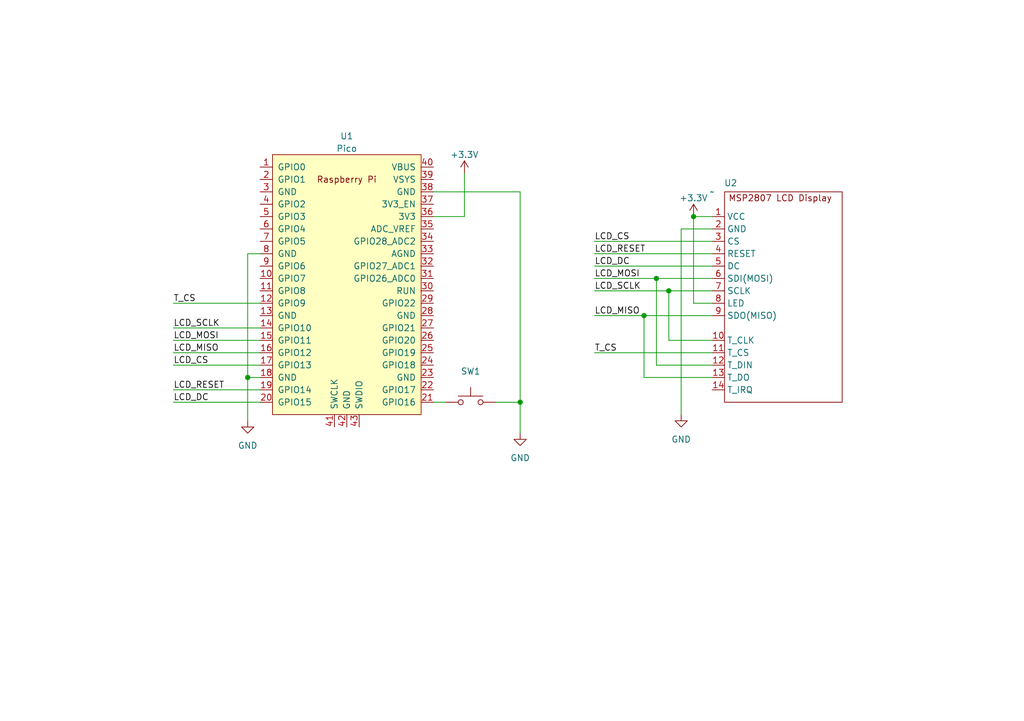
<source format=kicad_sch>
(kicad_sch (version 20230121) (generator eeschema)
  (paper "A5")
  (title_block (title "Wiring for pi pico demo1") (date "2023-02-23"))
  (lib_symbols
    (symbol "Local:MSP2807"
      (property "Reference" "U" (at 3.81 2.54 0))
      (symbol "MSP2807_0_1"
        (rectangle (start 2.54 0) (end 26.67 -43.18))
        (text "MSP2807 LCD Display" (at 13.97 -1.27 0) (effects (font (size 1.27 1.27))))
      )
      (symbol "MSP2807_1_1"
        (pin power_in line (at 0 -5.08 0) (length 2.54) (name "VCC") (number "1"))
        (pin input line (at 0 -30.48 0) (length 2.54) (name "T_CLK") (number "10"))
        (pin input line (at 0 -33.02 0) (length 2.54) (name "T_CS") (number "11"))
        (pin input line (at 0 -35.56 0) (length 2.54) (name "T_DIN") (number "12"))
        (pin output line (at 0 -38.1 0) (length 2.54) (name "T_DO") (number "13"))
        (pin output line (at 0 -40.64 0) (length 2.54) (name "T_IRQ") (number "14"))
        (pin power_in line (at 0 -7.62 0) (length 2.54) (name "GND") (number "2"))
        (pin input line (at 0 -10.16 0) (length 2.54) (name "CS") (number "3"))
        (pin input line (at 0 -12.7 0) (length 2.54) (name "RESET") (number "4"))
        (pin input line (at 0 -15.24 0) (length 2.54) (name "DC") (number "5"))
        (pin input line (at 0 -17.78 0) (length 2.54) (name "SDI(MOSI)") (number "6"))
        (pin input line (at 0 -20.32 0) (length 2.54) (name "SCLK") (number "7"))
        (pin input line (at 0 -22.86 0) (length 2.54) (name "LED") (number "8"))
        (pin output line (at 0 -25.4 0) (length 2.54) (name "SDO(MISO)") (number "9"))
      )
    )
    (symbol "RPi_Pico:Pico" (pin_names (offset 1.016))
      (property "Reference" "U" (at -13.97 27.94 0))
      (property "Value" "Pico" (at 0 19.05 0))
      (symbol "Pico_0_0"
        (text "Raspberry Pi" (at 0 21.59 0) (effects (font (size 1.27 1.27))))
      )
      (symbol "Pico_0_1"
        (rectangle (start -15.24 26.67) (end 15.24 -26.67) (fill (type background)))
      )
      (symbol "Pico_1_1"
        (pin bidirectional line (at -17.78 24.13 0) (length 2.54) (name "GPIO0") (number "1"))
        (pin bidirectional line (at -17.78 1.27 0) (length 2.54) (name "GPIO7") (number "10"))
        (pin bidirectional line (at -17.78 -1.27 0) (length 2.54) (name "GPIO8") (number "11"))
        (pin bidirectional line (at -17.78 -3.81 0) (length 2.54) (name "GPIO9") (number "12"))
        (pin power_in line (at -17.78 -6.35 0) (length 2.54) (name "GND") (number "13"))
        (pin bidirectional line (at -17.78 -8.89 0) (length 2.54) (name "GPIO10") (number "14"))
        (pin bidirectional line (at -17.78 -11.43 0) (length 2.54) (name "GPIO11") (number "15"))
        (pin bidirectional line (at -17.78 -13.97 0) (length 2.54) (name "GPIO12") (number "16"))
        (pin bidirectional line (at -17.78 -16.51 0) (length 2.54) (name "GPIO13") (number "17"))
        (pin power_in line (at -17.78 -19.05 0) (length 2.54) (name "GND") (number "18"))
        (pin bidirectional line (at -17.78 -21.59 0) (length 2.54) (name "GPIO14") (number "19"))
        (pin bidirectional line (at -17.78 21.59 0) (length 2.54) (name "GPIO1") (number "2"))
        (pin bidirectional line (at -17.78 -24.13 0) (length 2.54) (name "GPIO15") (number "20"))
        (pin bidirectional line (at 17.78 -24.13 180) (length 2.54) (name "GPIO16") (number "21"))
        (pin bidirectional line (at 17.78 -21.59 180) (length 2.54) (name "GPIO17") (number "22"))
        (pin power_in line (at 17.78 -19.05 180) (length 2.54) (name "GND") (number "23"))
        (pin bidirectional line (at 17.78 -16.51 180) (length 2.54) (name "GPIO18") (number "24"))
        (pin bidirectional line (at 17.78 -13.97 180) (length 2.54) (name "GPIO19") (number "25"))
        (pin bidirectional line (at 17.78 -11.43 180) (length 2.54) (name "GPIO20") (number "26"))
        (pin bidirectional line (at 17.78 -8.89 180) (length 2.54) (name "GPIO21") (number "27"))
        (pin power_in line (at 17.78 -6.35 180) (length 2.54) (name "GND") (number "28"))
        (pin bidirectional line (at 17.78 -3.81 180) (length 2.54) (name "GPIO22") (number "29"))
        (pin power_in line (at -17.78 19.05 0) (length 2.54) (name "GND") (number "3"))
        (pin input line (at 17.78 -1.27 180) (length 2.54) (name "RUN") (number "30"))
        (pin bidirectional line (at 17.78 1.27 180) (length 2.54) (name "GPIO26_ADC0") (number "31"))
        (pin bidirectional line (at 17.78 3.81 180) (length 2.54) (name "GPIO27_ADC1") (number "32"))
        (pin power_in line (at 17.78 6.35 180) (length 2.54) (name "AGND") (number "33"))
        (pin bidirectional line (at 17.78 8.89 180) (length 2.54) (name "GPIO28_ADC2") (number "34"))
        (pin unspecified line (at 17.78 11.43 180) (length 2.54) (name "ADC_VREF") (number "35"))
        (pin unspecified line (at 17.78 13.97 180) (length 2.54) (name "3V3") (number "36"))
        (pin input line (at 17.78 16.51 180) (length 2.54) (name "3V3_EN") (number "37"))
        (pin bidirectional line (at 17.78 19.05 180) (length 2.54) (name "GND") (number "38"))
        (pin unspecified line (at 17.78 21.59 180) (length 2.54) (name "VSYS") (number "39"))
        (pin bidirectional line (at -17.78 16.51 0) (length 2.54) (name "GPIO2") (number "4"))
        (pin unspecified line (at 17.78 24.13 180) (length 2.54) (name "VBUS") (number "40"))
        (pin input line (at -2.54 -29.21 90) (length 2.54) (name "SWCLK") (number "41"))
        (pin power_in line (at 0 -29.21 90) (length 2.54) (name "GND") (number "42"))
        (pin bidirectional line (at 2.54 -29.21 90) (length 2.54) (name "SWDIO") (number "43"))
        (pin bidirectional line (at -17.78 13.97 0) (length 2.54) (name "GPIO3") (number "5"))
        (pin bidirectional line (at -17.78 11.43 0) (length 2.54) (name "GPIO4") (number "6"))
        (pin bidirectional line (at -17.78 8.89 0) (length 2.54) (name "GPIO5") (number "7"))
        (pin power_in line (at -17.78 6.35 0) (length 2.54) (name "GND") (number "8"))
        (pin bidirectional line (at -17.78 3.81 0) (length 2.54) (name "GPIO6") (number "9"))
      )
    )
    (symbol "Switch:SW_Push" (pin_numbers hide) (pin_names (offset 1.016) hide)
      (property "Reference" "SW" (at 1.27 2.54 0))
      (property "Value" "SW_Push" (at 0 -1.524 0))
      (symbol "SW_Push_0_1"
        (circle (center -2.032 0) (radius 0.508))
        (polyline (pts (xy 0 1.27) (xy 0 3.048)))
        (polyline (pts (xy 2.54 1.27) (xy -2.54 1.27)))
        (circle (center 2.032 0) (radius 0.508))
        (pin passive line (at -5.08 0 0) (length 2.54) (name "1") (number "1"))
        (pin passive line (at 5.08 0 180) (length 2.54) (name "2") (number "2"))
      )
    )
    (symbol "power:+3.3V" (power) (pin_names (offset 0))
      (property "Value" "+3.3V" (at 0 3.556 0))
      (symbol "+3.3V_0_1"
        (polyline (pts (xy -0.762 1.27) (xy 0 2.54)))
        (polyline (pts (xy 0 0) (xy 0 2.54)))
        (polyline (pts (xy 0 2.54) (xy 0.762 1.27)))
      )
      (symbol "+3.3V_1_1"
        (pin power_in line (at 0 0 90) (length 0) hide (name "+3.3V") (number "1"))
      )
    )
    (symbol "power:GND" (power) (pin_names (offset 0))
      (property "Value" "GND" (at 0 -3.81 0))
      (symbol "GND_0_1"
        (polyline (pts (xy 0 0) (xy 0 -1.27) (xy 1.27 -1.27) (xy 0 -2.54) (xy -1.27 -1.27) (xy 0 -1.27)))
      )
      (symbol "GND_1_1"
        (pin power_in line (at 0 0 270) (length 0) hide (name "GND") (number "1"))
      )
    )
  )
  (junction (at 134.62 57.15))
  (junction (at 142.24 44.45))
  (junction (at 106.68 82.55))
  (junction (at 50.8 77.47))
  (junction (at 132.08 64.77))
  (junction (at 137.16 59.69))
  (wire (pts (xy 35.56 80.01) (xy 53.34 80.01)))
  (wire (pts (xy 101.6 82.55) (xy 106.68 82.55)))
  (wire (pts (xy 106.68 39.37) (xy 106.68 82.55)))
  (wire (pts (xy 146.05 62.23) (xy 142.24 62.23)))
  (wire (pts (xy 121.92 52.07) (xy 146.05 52.07)))
  (wire (pts (xy 142.24 44.45) (xy 146.05 44.45)))
  (wire (pts (xy 95.25 44.45) (xy 88.9 44.45)))
  (wire (pts (xy 88.9 39.37) (xy 106.68 39.37)))
  (wire (pts (xy 35.56 74.93) (xy 53.34 74.93)))
  (wire (pts (xy 121.92 57.15) (xy 134.62 57.15)))
  (wire (pts (xy 35.56 72.39) (xy 53.34 72.39)))
  (wire (pts (xy 121.92 64.77) (xy 132.08 64.77)))
  (wire (pts (xy 50.8 77.47) (xy 50.8 52.07)))
  (wire (pts (xy 95.25 35.56) (xy 95.25 44.45)))
  (wire (pts (xy 146.05 77.47) (xy 132.08 77.47)))
  (wire (pts (xy 88.9 82.55) (xy 91.44 82.55)))
  (wire (pts (xy 121.92 54.61) (xy 146.05 54.61)))
  (wire (pts (xy 50.8 52.07) (xy 53.34 52.07)))
  (wire (pts (xy 139.7 46.99) (xy 139.7 85.09)))
  (wire (pts (xy 132.08 64.77) (xy 146.05 64.77)))
  (wire (pts (xy 139.7 46.99) (xy 146.05 46.99)))
  (wire (pts (xy 137.16 69.85) (xy 137.16 59.69)))
  (wire (pts (xy 121.92 59.69) (xy 137.16 59.69)))
  (wire (pts (xy 35.56 62.23) (xy 53.34 62.23)))
  (wire (pts (xy 35.56 69.85) (xy 53.34 69.85)))
  (wire (pts (xy 134.62 57.15) (xy 146.05 57.15)))
  (wire (pts (xy 35.56 82.55) (xy 53.34 82.55)))
  (wire (pts (xy 50.8 86.36) (xy 50.8 77.47)))
  (wire (pts (xy 121.92 72.39) (xy 146.05 72.39)))
  (wire (pts (xy 134.62 74.93) (xy 134.62 57.15)))
  (wire (pts (xy 106.68 82.55) (xy 106.68 88.9)))
  (wire (pts (xy 132.08 77.47) (xy 132.08 64.77)))
  (wire (pts (xy 146.05 74.93) (xy 134.62 74.93)))
  (wire (pts (xy 50.8 77.47) (xy 53.34 77.47)))
  (wire (pts (xy 146.05 69.85) (xy 137.16 69.85)))
  (wire (pts (xy 137.16 59.69) (xy 146.05 59.69)))
  (wire (pts (xy 35.56 67.31) (xy 53.34 67.31)))
  (wire (pts (xy 142.24 62.23) (xy 142.24 44.45)))
  (wire (pts (xy 121.92 49.53) (xy 146.05 49.53)))
  (label "T_CS" (at 35.56 62.23 0))
  (label "T_CS" (at 121.92 72.39 0))
  (label "LCD_SCLK" (at 35.56 67.31 0))
  (label "LCD_DC" (at 121.92 54.61 0))
  (label "LCD_MISO" (at 35.56 72.39 0))
  (label "LCD_SCLK" (at 121.92 59.69 0))
  (label "LCD_RESET" (at 35.56 80.01 0))
  (label "LCD_MOSI" (at 35.56 69.85 0))
  (label "LCD_RESET" (at 121.92 52.07 0))
  (label "LCD_CS" (at 35.56 74.93 0))
  (label "LCD_CS" (at 121.92 49.53 0))
  (label "LCD_DC" (at 35.56 82.55 0))
  (label "LCD_MISO" (at 121.92 64.77 0))
  (label "LCD_MOSI" (at 121.92 57.15 0))
  (symbol (lib_id "Local:MSP2807") (at 146.05 39.37 0) (unit 1)
    (property "Reference" "U2" (at 149.86 36.83 0) (effects (justify top)))
    (property "Value" "~" (at 146.05 39.37 0))
    (property "Datasheet" "http://www.lcdwiki.com/2.8inch_SPI_Module_ILI9341_SKU:MSP2807" (effects hide))
  )
  (symbol (lib_id "power:GND") (at 106.68 88.9 0) (unit 1)
    (property "Reference" "#PWR03" (effects hide))
    (property "Value" "GND" (at 106.68 93.98 0))
  )
  (symbol (lib_id "power:GND") (at 139.7 85.09 0) (unit 1)
    (property "Reference" "#PWR01" (effects hide))
    (property "Value" "GND" (at 139.7 90.17 0))
  )
  (symbol (lib_id "Switch:SW_Push") (at 96.52 82.55 0) (unit 1)
    (property "Reference" "SW1" (at 96.52 76.2 0))
    (property "Value" "SW_Push" (effects hide))
  )
  (symbol (lib_id "power:+3.3V") (at 142.24 44.45 0) (unit 1)
    (property "Reference" "#PWR05" (effects hide))
    (property "Value" "+3.3V" (at 142.24 40.64 0))
  )
  (symbol (lib_id "power:GND") (at 50.8 86.36 0) (unit 1)
    (property "Reference" "#PWR02" (effects hide))
    (property "Value" "GND" (at 50.8 91.44 0))
  )
  (symbol (lib_id "RPi_Pico:Pico") (at 71.12 58.42 0) (unit 1)
    (property "Reference" "U1" (at 71.12 27.94 0))
    (property "Value" "Pico" (at 71.12 30.48 0))
    (property "Footprint" "RPi_Pico:RPi_Pico_SMD_TH" (effects hide))
  )
  (symbol (lib_id "power:+3.3V") (at 95.25 35.56 0) (unit 1)
    (property "Reference" "#PWR04" (effects hide))
    (property "Value" "+3.3V" (at 95.25 31.75 0))
  )
)
</source>
